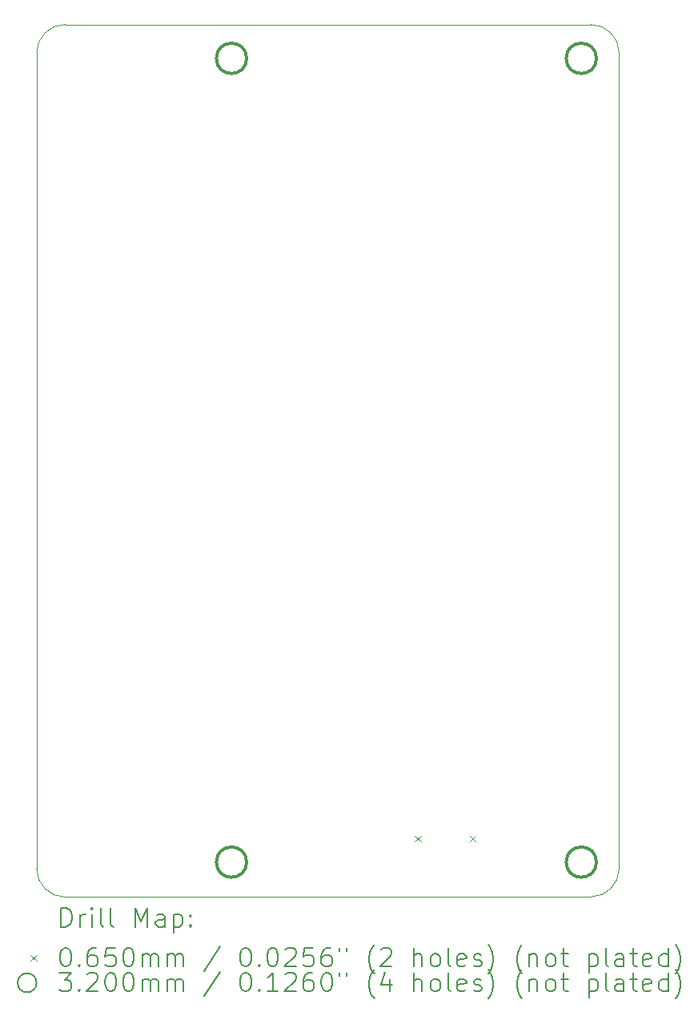
<source format=gbr>
%TF.GenerationSoftware,KiCad,Pcbnew,8.0.8*%
%TF.CreationDate,2025-03-10T12:23:58-04:00*%
%TF.ProjectId,ground-receiver,67726f75-6e64-42d7-9265-636569766572,rev?*%
%TF.SameCoordinates,Original*%
%TF.FileFunction,Drillmap*%
%TF.FilePolarity,Positive*%
%FSLAX45Y45*%
G04 Gerber Fmt 4.5, Leading zero omitted, Abs format (unit mm)*
G04 Created by KiCad (PCBNEW 8.0.8) date 2025-03-10 12:23:58*
%MOMM*%
%LPD*%
G01*
G04 APERTURE LIST*
%ADD10C,0.050000*%
%ADD11C,0.200000*%
%ADD12C,0.100000*%
%ADD13C,0.320000*%
G04 APERTURE END LIST*
D10*
X17250000Y-13317868D02*
G75*
G02*
X16950000Y-13617868I-300000J0D01*
G01*
X11090000Y-4692132D02*
G75*
G02*
X11390000Y-4392130I300000J2D01*
G01*
X17250000Y-13317869D02*
X17250000Y-4692132D01*
X11390000Y-13620000D02*
G75*
G02*
X11090000Y-13320000I0J300000D01*
G01*
X11390000Y-13620000D02*
X16950000Y-13617868D01*
X16950000Y-4392132D02*
X11390000Y-4392132D01*
X11090000Y-4692132D02*
X11090000Y-13320000D01*
X16950000Y-4392132D02*
G75*
G02*
X17249998Y-4692132I0J-299998D01*
G01*
D11*
D12*
X15090500Y-12969500D02*
X15155500Y-13034500D01*
X15155500Y-12969500D02*
X15090500Y-13034500D01*
X15668500Y-12969500D02*
X15733500Y-13034500D01*
X15733500Y-12969500D02*
X15668500Y-13034500D01*
D13*
X13310000Y-4750000D02*
G75*
G02*
X12990000Y-4750000I-160000J0D01*
G01*
X12990000Y-4750000D02*
G75*
G02*
X13310000Y-4750000I160000J0D01*
G01*
X13310000Y-13250000D02*
G75*
G02*
X12990000Y-13250000I-160000J0D01*
G01*
X12990000Y-13250000D02*
G75*
G02*
X13310000Y-13250000I160000J0D01*
G01*
X17010000Y-4750000D02*
G75*
G02*
X16690000Y-4750000I-160000J0D01*
G01*
X16690000Y-4750000D02*
G75*
G02*
X17010000Y-4750000I160000J0D01*
G01*
X17010000Y-13250000D02*
G75*
G02*
X16690000Y-13250000I-160000J0D01*
G01*
X16690000Y-13250000D02*
G75*
G02*
X17010000Y-13250000I160000J0D01*
G01*
D11*
X11348277Y-13933984D02*
X11348277Y-13733984D01*
X11348277Y-13733984D02*
X11395896Y-13733984D01*
X11395896Y-13733984D02*
X11424467Y-13743508D01*
X11424467Y-13743508D02*
X11443515Y-13762555D01*
X11443515Y-13762555D02*
X11453039Y-13781603D01*
X11453039Y-13781603D02*
X11462562Y-13819698D01*
X11462562Y-13819698D02*
X11462562Y-13848269D01*
X11462562Y-13848269D02*
X11453039Y-13886365D01*
X11453039Y-13886365D02*
X11443515Y-13905412D01*
X11443515Y-13905412D02*
X11424467Y-13924460D01*
X11424467Y-13924460D02*
X11395896Y-13933984D01*
X11395896Y-13933984D02*
X11348277Y-13933984D01*
X11548277Y-13933984D02*
X11548277Y-13800650D01*
X11548277Y-13838746D02*
X11557800Y-13819698D01*
X11557800Y-13819698D02*
X11567324Y-13810174D01*
X11567324Y-13810174D02*
X11586372Y-13800650D01*
X11586372Y-13800650D02*
X11605420Y-13800650D01*
X11672086Y-13933984D02*
X11672086Y-13800650D01*
X11672086Y-13733984D02*
X11662562Y-13743508D01*
X11662562Y-13743508D02*
X11672086Y-13753031D01*
X11672086Y-13753031D02*
X11681610Y-13743508D01*
X11681610Y-13743508D02*
X11672086Y-13733984D01*
X11672086Y-13733984D02*
X11672086Y-13753031D01*
X11795896Y-13933984D02*
X11776848Y-13924460D01*
X11776848Y-13924460D02*
X11767324Y-13905412D01*
X11767324Y-13905412D02*
X11767324Y-13733984D01*
X11900658Y-13933984D02*
X11881610Y-13924460D01*
X11881610Y-13924460D02*
X11872086Y-13905412D01*
X11872086Y-13905412D02*
X11872086Y-13733984D01*
X12129229Y-13933984D02*
X12129229Y-13733984D01*
X12129229Y-13733984D02*
X12195896Y-13876841D01*
X12195896Y-13876841D02*
X12262562Y-13733984D01*
X12262562Y-13733984D02*
X12262562Y-13933984D01*
X12443515Y-13933984D02*
X12443515Y-13829222D01*
X12443515Y-13829222D02*
X12433991Y-13810174D01*
X12433991Y-13810174D02*
X12414943Y-13800650D01*
X12414943Y-13800650D02*
X12376848Y-13800650D01*
X12376848Y-13800650D02*
X12357800Y-13810174D01*
X12443515Y-13924460D02*
X12424467Y-13933984D01*
X12424467Y-13933984D02*
X12376848Y-13933984D01*
X12376848Y-13933984D02*
X12357800Y-13924460D01*
X12357800Y-13924460D02*
X12348277Y-13905412D01*
X12348277Y-13905412D02*
X12348277Y-13886365D01*
X12348277Y-13886365D02*
X12357800Y-13867317D01*
X12357800Y-13867317D02*
X12376848Y-13857793D01*
X12376848Y-13857793D02*
X12424467Y-13857793D01*
X12424467Y-13857793D02*
X12443515Y-13848269D01*
X12538753Y-13800650D02*
X12538753Y-14000650D01*
X12538753Y-13810174D02*
X12557800Y-13800650D01*
X12557800Y-13800650D02*
X12595896Y-13800650D01*
X12595896Y-13800650D02*
X12614943Y-13810174D01*
X12614943Y-13810174D02*
X12624467Y-13819698D01*
X12624467Y-13819698D02*
X12633991Y-13838746D01*
X12633991Y-13838746D02*
X12633991Y-13895888D01*
X12633991Y-13895888D02*
X12624467Y-13914936D01*
X12624467Y-13914936D02*
X12614943Y-13924460D01*
X12614943Y-13924460D02*
X12595896Y-13933984D01*
X12595896Y-13933984D02*
X12557800Y-13933984D01*
X12557800Y-13933984D02*
X12538753Y-13924460D01*
X12719705Y-13914936D02*
X12729229Y-13924460D01*
X12729229Y-13924460D02*
X12719705Y-13933984D01*
X12719705Y-13933984D02*
X12710181Y-13924460D01*
X12710181Y-13924460D02*
X12719705Y-13914936D01*
X12719705Y-13914936D02*
X12719705Y-13933984D01*
X12719705Y-13810174D02*
X12729229Y-13819698D01*
X12729229Y-13819698D02*
X12719705Y-13829222D01*
X12719705Y-13829222D02*
X12710181Y-13819698D01*
X12710181Y-13819698D02*
X12719705Y-13810174D01*
X12719705Y-13810174D02*
X12719705Y-13829222D01*
D12*
X11022500Y-14230000D02*
X11087500Y-14295000D01*
X11087500Y-14230000D02*
X11022500Y-14295000D01*
D11*
X11386372Y-14153984D02*
X11405420Y-14153984D01*
X11405420Y-14153984D02*
X11424467Y-14163508D01*
X11424467Y-14163508D02*
X11433991Y-14173031D01*
X11433991Y-14173031D02*
X11443515Y-14192079D01*
X11443515Y-14192079D02*
X11453039Y-14230174D01*
X11453039Y-14230174D02*
X11453039Y-14277793D01*
X11453039Y-14277793D02*
X11443515Y-14315888D01*
X11443515Y-14315888D02*
X11433991Y-14334936D01*
X11433991Y-14334936D02*
X11424467Y-14344460D01*
X11424467Y-14344460D02*
X11405420Y-14353984D01*
X11405420Y-14353984D02*
X11386372Y-14353984D01*
X11386372Y-14353984D02*
X11367324Y-14344460D01*
X11367324Y-14344460D02*
X11357800Y-14334936D01*
X11357800Y-14334936D02*
X11348277Y-14315888D01*
X11348277Y-14315888D02*
X11338753Y-14277793D01*
X11338753Y-14277793D02*
X11338753Y-14230174D01*
X11338753Y-14230174D02*
X11348277Y-14192079D01*
X11348277Y-14192079D02*
X11357800Y-14173031D01*
X11357800Y-14173031D02*
X11367324Y-14163508D01*
X11367324Y-14163508D02*
X11386372Y-14153984D01*
X11538753Y-14334936D02*
X11548277Y-14344460D01*
X11548277Y-14344460D02*
X11538753Y-14353984D01*
X11538753Y-14353984D02*
X11529229Y-14344460D01*
X11529229Y-14344460D02*
X11538753Y-14334936D01*
X11538753Y-14334936D02*
X11538753Y-14353984D01*
X11719705Y-14153984D02*
X11681610Y-14153984D01*
X11681610Y-14153984D02*
X11662562Y-14163508D01*
X11662562Y-14163508D02*
X11653039Y-14173031D01*
X11653039Y-14173031D02*
X11633991Y-14201603D01*
X11633991Y-14201603D02*
X11624467Y-14239698D01*
X11624467Y-14239698D02*
X11624467Y-14315888D01*
X11624467Y-14315888D02*
X11633991Y-14334936D01*
X11633991Y-14334936D02*
X11643515Y-14344460D01*
X11643515Y-14344460D02*
X11662562Y-14353984D01*
X11662562Y-14353984D02*
X11700658Y-14353984D01*
X11700658Y-14353984D02*
X11719705Y-14344460D01*
X11719705Y-14344460D02*
X11729229Y-14334936D01*
X11729229Y-14334936D02*
X11738753Y-14315888D01*
X11738753Y-14315888D02*
X11738753Y-14268269D01*
X11738753Y-14268269D02*
X11729229Y-14249222D01*
X11729229Y-14249222D02*
X11719705Y-14239698D01*
X11719705Y-14239698D02*
X11700658Y-14230174D01*
X11700658Y-14230174D02*
X11662562Y-14230174D01*
X11662562Y-14230174D02*
X11643515Y-14239698D01*
X11643515Y-14239698D02*
X11633991Y-14249222D01*
X11633991Y-14249222D02*
X11624467Y-14268269D01*
X11919705Y-14153984D02*
X11824467Y-14153984D01*
X11824467Y-14153984D02*
X11814943Y-14249222D01*
X11814943Y-14249222D02*
X11824467Y-14239698D01*
X11824467Y-14239698D02*
X11843515Y-14230174D01*
X11843515Y-14230174D02*
X11891134Y-14230174D01*
X11891134Y-14230174D02*
X11910181Y-14239698D01*
X11910181Y-14239698D02*
X11919705Y-14249222D01*
X11919705Y-14249222D02*
X11929229Y-14268269D01*
X11929229Y-14268269D02*
X11929229Y-14315888D01*
X11929229Y-14315888D02*
X11919705Y-14334936D01*
X11919705Y-14334936D02*
X11910181Y-14344460D01*
X11910181Y-14344460D02*
X11891134Y-14353984D01*
X11891134Y-14353984D02*
X11843515Y-14353984D01*
X11843515Y-14353984D02*
X11824467Y-14344460D01*
X11824467Y-14344460D02*
X11814943Y-14334936D01*
X12053039Y-14153984D02*
X12072086Y-14153984D01*
X12072086Y-14153984D02*
X12091134Y-14163508D01*
X12091134Y-14163508D02*
X12100658Y-14173031D01*
X12100658Y-14173031D02*
X12110181Y-14192079D01*
X12110181Y-14192079D02*
X12119705Y-14230174D01*
X12119705Y-14230174D02*
X12119705Y-14277793D01*
X12119705Y-14277793D02*
X12110181Y-14315888D01*
X12110181Y-14315888D02*
X12100658Y-14334936D01*
X12100658Y-14334936D02*
X12091134Y-14344460D01*
X12091134Y-14344460D02*
X12072086Y-14353984D01*
X12072086Y-14353984D02*
X12053039Y-14353984D01*
X12053039Y-14353984D02*
X12033991Y-14344460D01*
X12033991Y-14344460D02*
X12024467Y-14334936D01*
X12024467Y-14334936D02*
X12014943Y-14315888D01*
X12014943Y-14315888D02*
X12005420Y-14277793D01*
X12005420Y-14277793D02*
X12005420Y-14230174D01*
X12005420Y-14230174D02*
X12014943Y-14192079D01*
X12014943Y-14192079D02*
X12024467Y-14173031D01*
X12024467Y-14173031D02*
X12033991Y-14163508D01*
X12033991Y-14163508D02*
X12053039Y-14153984D01*
X12205420Y-14353984D02*
X12205420Y-14220650D01*
X12205420Y-14239698D02*
X12214943Y-14230174D01*
X12214943Y-14230174D02*
X12233991Y-14220650D01*
X12233991Y-14220650D02*
X12262562Y-14220650D01*
X12262562Y-14220650D02*
X12281610Y-14230174D01*
X12281610Y-14230174D02*
X12291134Y-14249222D01*
X12291134Y-14249222D02*
X12291134Y-14353984D01*
X12291134Y-14249222D02*
X12300658Y-14230174D01*
X12300658Y-14230174D02*
X12319705Y-14220650D01*
X12319705Y-14220650D02*
X12348277Y-14220650D01*
X12348277Y-14220650D02*
X12367324Y-14230174D01*
X12367324Y-14230174D02*
X12376848Y-14249222D01*
X12376848Y-14249222D02*
X12376848Y-14353984D01*
X12472086Y-14353984D02*
X12472086Y-14220650D01*
X12472086Y-14239698D02*
X12481610Y-14230174D01*
X12481610Y-14230174D02*
X12500658Y-14220650D01*
X12500658Y-14220650D02*
X12529229Y-14220650D01*
X12529229Y-14220650D02*
X12548277Y-14230174D01*
X12548277Y-14230174D02*
X12557801Y-14249222D01*
X12557801Y-14249222D02*
X12557801Y-14353984D01*
X12557801Y-14249222D02*
X12567324Y-14230174D01*
X12567324Y-14230174D02*
X12586372Y-14220650D01*
X12586372Y-14220650D02*
X12614943Y-14220650D01*
X12614943Y-14220650D02*
X12633991Y-14230174D01*
X12633991Y-14230174D02*
X12643515Y-14249222D01*
X12643515Y-14249222D02*
X12643515Y-14353984D01*
X13033991Y-14144460D02*
X12862563Y-14401603D01*
X13291134Y-14153984D02*
X13310182Y-14153984D01*
X13310182Y-14153984D02*
X13329229Y-14163508D01*
X13329229Y-14163508D02*
X13338753Y-14173031D01*
X13338753Y-14173031D02*
X13348277Y-14192079D01*
X13348277Y-14192079D02*
X13357801Y-14230174D01*
X13357801Y-14230174D02*
X13357801Y-14277793D01*
X13357801Y-14277793D02*
X13348277Y-14315888D01*
X13348277Y-14315888D02*
X13338753Y-14334936D01*
X13338753Y-14334936D02*
X13329229Y-14344460D01*
X13329229Y-14344460D02*
X13310182Y-14353984D01*
X13310182Y-14353984D02*
X13291134Y-14353984D01*
X13291134Y-14353984D02*
X13272086Y-14344460D01*
X13272086Y-14344460D02*
X13262563Y-14334936D01*
X13262563Y-14334936D02*
X13253039Y-14315888D01*
X13253039Y-14315888D02*
X13243515Y-14277793D01*
X13243515Y-14277793D02*
X13243515Y-14230174D01*
X13243515Y-14230174D02*
X13253039Y-14192079D01*
X13253039Y-14192079D02*
X13262563Y-14173031D01*
X13262563Y-14173031D02*
X13272086Y-14163508D01*
X13272086Y-14163508D02*
X13291134Y-14153984D01*
X13443515Y-14334936D02*
X13453039Y-14344460D01*
X13453039Y-14344460D02*
X13443515Y-14353984D01*
X13443515Y-14353984D02*
X13433991Y-14344460D01*
X13433991Y-14344460D02*
X13443515Y-14334936D01*
X13443515Y-14334936D02*
X13443515Y-14353984D01*
X13576848Y-14153984D02*
X13595896Y-14153984D01*
X13595896Y-14153984D02*
X13614944Y-14163508D01*
X13614944Y-14163508D02*
X13624467Y-14173031D01*
X13624467Y-14173031D02*
X13633991Y-14192079D01*
X13633991Y-14192079D02*
X13643515Y-14230174D01*
X13643515Y-14230174D02*
X13643515Y-14277793D01*
X13643515Y-14277793D02*
X13633991Y-14315888D01*
X13633991Y-14315888D02*
X13624467Y-14334936D01*
X13624467Y-14334936D02*
X13614944Y-14344460D01*
X13614944Y-14344460D02*
X13595896Y-14353984D01*
X13595896Y-14353984D02*
X13576848Y-14353984D01*
X13576848Y-14353984D02*
X13557801Y-14344460D01*
X13557801Y-14344460D02*
X13548277Y-14334936D01*
X13548277Y-14334936D02*
X13538753Y-14315888D01*
X13538753Y-14315888D02*
X13529229Y-14277793D01*
X13529229Y-14277793D02*
X13529229Y-14230174D01*
X13529229Y-14230174D02*
X13538753Y-14192079D01*
X13538753Y-14192079D02*
X13548277Y-14173031D01*
X13548277Y-14173031D02*
X13557801Y-14163508D01*
X13557801Y-14163508D02*
X13576848Y-14153984D01*
X13719705Y-14173031D02*
X13729229Y-14163508D01*
X13729229Y-14163508D02*
X13748277Y-14153984D01*
X13748277Y-14153984D02*
X13795896Y-14153984D01*
X13795896Y-14153984D02*
X13814944Y-14163508D01*
X13814944Y-14163508D02*
X13824467Y-14173031D01*
X13824467Y-14173031D02*
X13833991Y-14192079D01*
X13833991Y-14192079D02*
X13833991Y-14211127D01*
X13833991Y-14211127D02*
X13824467Y-14239698D01*
X13824467Y-14239698D02*
X13710182Y-14353984D01*
X13710182Y-14353984D02*
X13833991Y-14353984D01*
X14014944Y-14153984D02*
X13919705Y-14153984D01*
X13919705Y-14153984D02*
X13910182Y-14249222D01*
X13910182Y-14249222D02*
X13919705Y-14239698D01*
X13919705Y-14239698D02*
X13938753Y-14230174D01*
X13938753Y-14230174D02*
X13986372Y-14230174D01*
X13986372Y-14230174D02*
X14005420Y-14239698D01*
X14005420Y-14239698D02*
X14014944Y-14249222D01*
X14014944Y-14249222D02*
X14024467Y-14268269D01*
X14024467Y-14268269D02*
X14024467Y-14315888D01*
X14024467Y-14315888D02*
X14014944Y-14334936D01*
X14014944Y-14334936D02*
X14005420Y-14344460D01*
X14005420Y-14344460D02*
X13986372Y-14353984D01*
X13986372Y-14353984D02*
X13938753Y-14353984D01*
X13938753Y-14353984D02*
X13919705Y-14344460D01*
X13919705Y-14344460D02*
X13910182Y-14334936D01*
X14195896Y-14153984D02*
X14157801Y-14153984D01*
X14157801Y-14153984D02*
X14138753Y-14163508D01*
X14138753Y-14163508D02*
X14129229Y-14173031D01*
X14129229Y-14173031D02*
X14110182Y-14201603D01*
X14110182Y-14201603D02*
X14100658Y-14239698D01*
X14100658Y-14239698D02*
X14100658Y-14315888D01*
X14100658Y-14315888D02*
X14110182Y-14334936D01*
X14110182Y-14334936D02*
X14119705Y-14344460D01*
X14119705Y-14344460D02*
X14138753Y-14353984D01*
X14138753Y-14353984D02*
X14176848Y-14353984D01*
X14176848Y-14353984D02*
X14195896Y-14344460D01*
X14195896Y-14344460D02*
X14205420Y-14334936D01*
X14205420Y-14334936D02*
X14214944Y-14315888D01*
X14214944Y-14315888D02*
X14214944Y-14268269D01*
X14214944Y-14268269D02*
X14205420Y-14249222D01*
X14205420Y-14249222D02*
X14195896Y-14239698D01*
X14195896Y-14239698D02*
X14176848Y-14230174D01*
X14176848Y-14230174D02*
X14138753Y-14230174D01*
X14138753Y-14230174D02*
X14119705Y-14239698D01*
X14119705Y-14239698D02*
X14110182Y-14249222D01*
X14110182Y-14249222D02*
X14100658Y-14268269D01*
X14291134Y-14153984D02*
X14291134Y-14192079D01*
X14367325Y-14153984D02*
X14367325Y-14192079D01*
X14662563Y-14430174D02*
X14653039Y-14420650D01*
X14653039Y-14420650D02*
X14633991Y-14392079D01*
X14633991Y-14392079D02*
X14624467Y-14373031D01*
X14624467Y-14373031D02*
X14614944Y-14344460D01*
X14614944Y-14344460D02*
X14605420Y-14296841D01*
X14605420Y-14296841D02*
X14605420Y-14258746D01*
X14605420Y-14258746D02*
X14614944Y-14211127D01*
X14614944Y-14211127D02*
X14624467Y-14182555D01*
X14624467Y-14182555D02*
X14633991Y-14163508D01*
X14633991Y-14163508D02*
X14653039Y-14134936D01*
X14653039Y-14134936D02*
X14662563Y-14125412D01*
X14729229Y-14173031D02*
X14738753Y-14163508D01*
X14738753Y-14163508D02*
X14757801Y-14153984D01*
X14757801Y-14153984D02*
X14805420Y-14153984D01*
X14805420Y-14153984D02*
X14824467Y-14163508D01*
X14824467Y-14163508D02*
X14833991Y-14173031D01*
X14833991Y-14173031D02*
X14843515Y-14192079D01*
X14843515Y-14192079D02*
X14843515Y-14211127D01*
X14843515Y-14211127D02*
X14833991Y-14239698D01*
X14833991Y-14239698D02*
X14719706Y-14353984D01*
X14719706Y-14353984D02*
X14843515Y-14353984D01*
X15081610Y-14353984D02*
X15081610Y-14153984D01*
X15167325Y-14353984D02*
X15167325Y-14249222D01*
X15167325Y-14249222D02*
X15157801Y-14230174D01*
X15157801Y-14230174D02*
X15138753Y-14220650D01*
X15138753Y-14220650D02*
X15110182Y-14220650D01*
X15110182Y-14220650D02*
X15091134Y-14230174D01*
X15091134Y-14230174D02*
X15081610Y-14239698D01*
X15291134Y-14353984D02*
X15272087Y-14344460D01*
X15272087Y-14344460D02*
X15262563Y-14334936D01*
X15262563Y-14334936D02*
X15253039Y-14315888D01*
X15253039Y-14315888D02*
X15253039Y-14258746D01*
X15253039Y-14258746D02*
X15262563Y-14239698D01*
X15262563Y-14239698D02*
X15272087Y-14230174D01*
X15272087Y-14230174D02*
X15291134Y-14220650D01*
X15291134Y-14220650D02*
X15319706Y-14220650D01*
X15319706Y-14220650D02*
X15338753Y-14230174D01*
X15338753Y-14230174D02*
X15348277Y-14239698D01*
X15348277Y-14239698D02*
X15357801Y-14258746D01*
X15357801Y-14258746D02*
X15357801Y-14315888D01*
X15357801Y-14315888D02*
X15348277Y-14334936D01*
X15348277Y-14334936D02*
X15338753Y-14344460D01*
X15338753Y-14344460D02*
X15319706Y-14353984D01*
X15319706Y-14353984D02*
X15291134Y-14353984D01*
X15472087Y-14353984D02*
X15453039Y-14344460D01*
X15453039Y-14344460D02*
X15443515Y-14325412D01*
X15443515Y-14325412D02*
X15443515Y-14153984D01*
X15624468Y-14344460D02*
X15605420Y-14353984D01*
X15605420Y-14353984D02*
X15567325Y-14353984D01*
X15567325Y-14353984D02*
X15548277Y-14344460D01*
X15548277Y-14344460D02*
X15538753Y-14325412D01*
X15538753Y-14325412D02*
X15538753Y-14249222D01*
X15538753Y-14249222D02*
X15548277Y-14230174D01*
X15548277Y-14230174D02*
X15567325Y-14220650D01*
X15567325Y-14220650D02*
X15605420Y-14220650D01*
X15605420Y-14220650D02*
X15624468Y-14230174D01*
X15624468Y-14230174D02*
X15633991Y-14249222D01*
X15633991Y-14249222D02*
X15633991Y-14268269D01*
X15633991Y-14268269D02*
X15538753Y-14287317D01*
X15710182Y-14344460D02*
X15729229Y-14353984D01*
X15729229Y-14353984D02*
X15767325Y-14353984D01*
X15767325Y-14353984D02*
X15786372Y-14344460D01*
X15786372Y-14344460D02*
X15795896Y-14325412D01*
X15795896Y-14325412D02*
X15795896Y-14315888D01*
X15795896Y-14315888D02*
X15786372Y-14296841D01*
X15786372Y-14296841D02*
X15767325Y-14287317D01*
X15767325Y-14287317D02*
X15738753Y-14287317D01*
X15738753Y-14287317D02*
X15719706Y-14277793D01*
X15719706Y-14277793D02*
X15710182Y-14258746D01*
X15710182Y-14258746D02*
X15710182Y-14249222D01*
X15710182Y-14249222D02*
X15719706Y-14230174D01*
X15719706Y-14230174D02*
X15738753Y-14220650D01*
X15738753Y-14220650D02*
X15767325Y-14220650D01*
X15767325Y-14220650D02*
X15786372Y-14230174D01*
X15862563Y-14430174D02*
X15872087Y-14420650D01*
X15872087Y-14420650D02*
X15891134Y-14392079D01*
X15891134Y-14392079D02*
X15900658Y-14373031D01*
X15900658Y-14373031D02*
X15910182Y-14344460D01*
X15910182Y-14344460D02*
X15919706Y-14296841D01*
X15919706Y-14296841D02*
X15919706Y-14258746D01*
X15919706Y-14258746D02*
X15910182Y-14211127D01*
X15910182Y-14211127D02*
X15900658Y-14182555D01*
X15900658Y-14182555D02*
X15891134Y-14163508D01*
X15891134Y-14163508D02*
X15872087Y-14134936D01*
X15872087Y-14134936D02*
X15862563Y-14125412D01*
X16224468Y-14430174D02*
X16214944Y-14420650D01*
X16214944Y-14420650D02*
X16195896Y-14392079D01*
X16195896Y-14392079D02*
X16186372Y-14373031D01*
X16186372Y-14373031D02*
X16176849Y-14344460D01*
X16176849Y-14344460D02*
X16167325Y-14296841D01*
X16167325Y-14296841D02*
X16167325Y-14258746D01*
X16167325Y-14258746D02*
X16176849Y-14211127D01*
X16176849Y-14211127D02*
X16186372Y-14182555D01*
X16186372Y-14182555D02*
X16195896Y-14163508D01*
X16195896Y-14163508D02*
X16214944Y-14134936D01*
X16214944Y-14134936D02*
X16224468Y-14125412D01*
X16300658Y-14220650D02*
X16300658Y-14353984D01*
X16300658Y-14239698D02*
X16310182Y-14230174D01*
X16310182Y-14230174D02*
X16329229Y-14220650D01*
X16329229Y-14220650D02*
X16357801Y-14220650D01*
X16357801Y-14220650D02*
X16376849Y-14230174D01*
X16376849Y-14230174D02*
X16386372Y-14249222D01*
X16386372Y-14249222D02*
X16386372Y-14353984D01*
X16510182Y-14353984D02*
X16491134Y-14344460D01*
X16491134Y-14344460D02*
X16481610Y-14334936D01*
X16481610Y-14334936D02*
X16472087Y-14315888D01*
X16472087Y-14315888D02*
X16472087Y-14258746D01*
X16472087Y-14258746D02*
X16481610Y-14239698D01*
X16481610Y-14239698D02*
X16491134Y-14230174D01*
X16491134Y-14230174D02*
X16510182Y-14220650D01*
X16510182Y-14220650D02*
X16538753Y-14220650D01*
X16538753Y-14220650D02*
X16557801Y-14230174D01*
X16557801Y-14230174D02*
X16567325Y-14239698D01*
X16567325Y-14239698D02*
X16576849Y-14258746D01*
X16576849Y-14258746D02*
X16576849Y-14315888D01*
X16576849Y-14315888D02*
X16567325Y-14334936D01*
X16567325Y-14334936D02*
X16557801Y-14344460D01*
X16557801Y-14344460D02*
X16538753Y-14353984D01*
X16538753Y-14353984D02*
X16510182Y-14353984D01*
X16633991Y-14220650D02*
X16710182Y-14220650D01*
X16662563Y-14153984D02*
X16662563Y-14325412D01*
X16662563Y-14325412D02*
X16672087Y-14344460D01*
X16672087Y-14344460D02*
X16691134Y-14353984D01*
X16691134Y-14353984D02*
X16710182Y-14353984D01*
X16929230Y-14220650D02*
X16929230Y-14420650D01*
X16929230Y-14230174D02*
X16948277Y-14220650D01*
X16948277Y-14220650D02*
X16986373Y-14220650D01*
X16986373Y-14220650D02*
X17005420Y-14230174D01*
X17005420Y-14230174D02*
X17014944Y-14239698D01*
X17014944Y-14239698D02*
X17024468Y-14258746D01*
X17024468Y-14258746D02*
X17024468Y-14315888D01*
X17024468Y-14315888D02*
X17014944Y-14334936D01*
X17014944Y-14334936D02*
X17005420Y-14344460D01*
X17005420Y-14344460D02*
X16986373Y-14353984D01*
X16986373Y-14353984D02*
X16948277Y-14353984D01*
X16948277Y-14353984D02*
X16929230Y-14344460D01*
X17138753Y-14353984D02*
X17119706Y-14344460D01*
X17119706Y-14344460D02*
X17110182Y-14325412D01*
X17110182Y-14325412D02*
X17110182Y-14153984D01*
X17300658Y-14353984D02*
X17300658Y-14249222D01*
X17300658Y-14249222D02*
X17291134Y-14230174D01*
X17291134Y-14230174D02*
X17272087Y-14220650D01*
X17272087Y-14220650D02*
X17233992Y-14220650D01*
X17233992Y-14220650D02*
X17214944Y-14230174D01*
X17300658Y-14344460D02*
X17281611Y-14353984D01*
X17281611Y-14353984D02*
X17233992Y-14353984D01*
X17233992Y-14353984D02*
X17214944Y-14344460D01*
X17214944Y-14344460D02*
X17205420Y-14325412D01*
X17205420Y-14325412D02*
X17205420Y-14306365D01*
X17205420Y-14306365D02*
X17214944Y-14287317D01*
X17214944Y-14287317D02*
X17233992Y-14277793D01*
X17233992Y-14277793D02*
X17281611Y-14277793D01*
X17281611Y-14277793D02*
X17300658Y-14268269D01*
X17367325Y-14220650D02*
X17443515Y-14220650D01*
X17395896Y-14153984D02*
X17395896Y-14325412D01*
X17395896Y-14325412D02*
X17405420Y-14344460D01*
X17405420Y-14344460D02*
X17424468Y-14353984D01*
X17424468Y-14353984D02*
X17443515Y-14353984D01*
X17586373Y-14344460D02*
X17567325Y-14353984D01*
X17567325Y-14353984D02*
X17529230Y-14353984D01*
X17529230Y-14353984D02*
X17510182Y-14344460D01*
X17510182Y-14344460D02*
X17500658Y-14325412D01*
X17500658Y-14325412D02*
X17500658Y-14249222D01*
X17500658Y-14249222D02*
X17510182Y-14230174D01*
X17510182Y-14230174D02*
X17529230Y-14220650D01*
X17529230Y-14220650D02*
X17567325Y-14220650D01*
X17567325Y-14220650D02*
X17586373Y-14230174D01*
X17586373Y-14230174D02*
X17595896Y-14249222D01*
X17595896Y-14249222D02*
X17595896Y-14268269D01*
X17595896Y-14268269D02*
X17500658Y-14287317D01*
X17767325Y-14353984D02*
X17767325Y-14153984D01*
X17767325Y-14344460D02*
X17748277Y-14353984D01*
X17748277Y-14353984D02*
X17710182Y-14353984D01*
X17710182Y-14353984D02*
X17691134Y-14344460D01*
X17691134Y-14344460D02*
X17681611Y-14334936D01*
X17681611Y-14334936D02*
X17672087Y-14315888D01*
X17672087Y-14315888D02*
X17672087Y-14258746D01*
X17672087Y-14258746D02*
X17681611Y-14239698D01*
X17681611Y-14239698D02*
X17691134Y-14230174D01*
X17691134Y-14230174D02*
X17710182Y-14220650D01*
X17710182Y-14220650D02*
X17748277Y-14220650D01*
X17748277Y-14220650D02*
X17767325Y-14230174D01*
X17843515Y-14430174D02*
X17853039Y-14420650D01*
X17853039Y-14420650D02*
X17872087Y-14392079D01*
X17872087Y-14392079D02*
X17881611Y-14373031D01*
X17881611Y-14373031D02*
X17891134Y-14344460D01*
X17891134Y-14344460D02*
X17900658Y-14296841D01*
X17900658Y-14296841D02*
X17900658Y-14258746D01*
X17900658Y-14258746D02*
X17891134Y-14211127D01*
X17891134Y-14211127D02*
X17881611Y-14182555D01*
X17881611Y-14182555D02*
X17872087Y-14163508D01*
X17872087Y-14163508D02*
X17853039Y-14134936D01*
X17853039Y-14134936D02*
X17843515Y-14125412D01*
X11087500Y-14526500D02*
G75*
G02*
X10887500Y-14526500I-100000J0D01*
G01*
X10887500Y-14526500D02*
G75*
G02*
X11087500Y-14526500I100000J0D01*
G01*
X11329229Y-14417984D02*
X11453039Y-14417984D01*
X11453039Y-14417984D02*
X11386372Y-14494174D01*
X11386372Y-14494174D02*
X11414943Y-14494174D01*
X11414943Y-14494174D02*
X11433991Y-14503698D01*
X11433991Y-14503698D02*
X11443515Y-14513222D01*
X11443515Y-14513222D02*
X11453039Y-14532269D01*
X11453039Y-14532269D02*
X11453039Y-14579888D01*
X11453039Y-14579888D02*
X11443515Y-14598936D01*
X11443515Y-14598936D02*
X11433991Y-14608460D01*
X11433991Y-14608460D02*
X11414943Y-14617984D01*
X11414943Y-14617984D02*
X11357800Y-14617984D01*
X11357800Y-14617984D02*
X11338753Y-14608460D01*
X11338753Y-14608460D02*
X11329229Y-14598936D01*
X11538753Y-14598936D02*
X11548277Y-14608460D01*
X11548277Y-14608460D02*
X11538753Y-14617984D01*
X11538753Y-14617984D02*
X11529229Y-14608460D01*
X11529229Y-14608460D02*
X11538753Y-14598936D01*
X11538753Y-14598936D02*
X11538753Y-14617984D01*
X11624467Y-14437031D02*
X11633991Y-14427508D01*
X11633991Y-14427508D02*
X11653039Y-14417984D01*
X11653039Y-14417984D02*
X11700658Y-14417984D01*
X11700658Y-14417984D02*
X11719705Y-14427508D01*
X11719705Y-14427508D02*
X11729229Y-14437031D01*
X11729229Y-14437031D02*
X11738753Y-14456079D01*
X11738753Y-14456079D02*
X11738753Y-14475127D01*
X11738753Y-14475127D02*
X11729229Y-14503698D01*
X11729229Y-14503698D02*
X11614943Y-14617984D01*
X11614943Y-14617984D02*
X11738753Y-14617984D01*
X11862562Y-14417984D02*
X11881610Y-14417984D01*
X11881610Y-14417984D02*
X11900658Y-14427508D01*
X11900658Y-14427508D02*
X11910181Y-14437031D01*
X11910181Y-14437031D02*
X11919705Y-14456079D01*
X11919705Y-14456079D02*
X11929229Y-14494174D01*
X11929229Y-14494174D02*
X11929229Y-14541793D01*
X11929229Y-14541793D02*
X11919705Y-14579888D01*
X11919705Y-14579888D02*
X11910181Y-14598936D01*
X11910181Y-14598936D02*
X11900658Y-14608460D01*
X11900658Y-14608460D02*
X11881610Y-14617984D01*
X11881610Y-14617984D02*
X11862562Y-14617984D01*
X11862562Y-14617984D02*
X11843515Y-14608460D01*
X11843515Y-14608460D02*
X11833991Y-14598936D01*
X11833991Y-14598936D02*
X11824467Y-14579888D01*
X11824467Y-14579888D02*
X11814943Y-14541793D01*
X11814943Y-14541793D02*
X11814943Y-14494174D01*
X11814943Y-14494174D02*
X11824467Y-14456079D01*
X11824467Y-14456079D02*
X11833991Y-14437031D01*
X11833991Y-14437031D02*
X11843515Y-14427508D01*
X11843515Y-14427508D02*
X11862562Y-14417984D01*
X12053039Y-14417984D02*
X12072086Y-14417984D01*
X12072086Y-14417984D02*
X12091134Y-14427508D01*
X12091134Y-14427508D02*
X12100658Y-14437031D01*
X12100658Y-14437031D02*
X12110181Y-14456079D01*
X12110181Y-14456079D02*
X12119705Y-14494174D01*
X12119705Y-14494174D02*
X12119705Y-14541793D01*
X12119705Y-14541793D02*
X12110181Y-14579888D01*
X12110181Y-14579888D02*
X12100658Y-14598936D01*
X12100658Y-14598936D02*
X12091134Y-14608460D01*
X12091134Y-14608460D02*
X12072086Y-14617984D01*
X12072086Y-14617984D02*
X12053039Y-14617984D01*
X12053039Y-14617984D02*
X12033991Y-14608460D01*
X12033991Y-14608460D02*
X12024467Y-14598936D01*
X12024467Y-14598936D02*
X12014943Y-14579888D01*
X12014943Y-14579888D02*
X12005420Y-14541793D01*
X12005420Y-14541793D02*
X12005420Y-14494174D01*
X12005420Y-14494174D02*
X12014943Y-14456079D01*
X12014943Y-14456079D02*
X12024467Y-14437031D01*
X12024467Y-14437031D02*
X12033991Y-14427508D01*
X12033991Y-14427508D02*
X12053039Y-14417984D01*
X12205420Y-14617984D02*
X12205420Y-14484650D01*
X12205420Y-14503698D02*
X12214943Y-14494174D01*
X12214943Y-14494174D02*
X12233991Y-14484650D01*
X12233991Y-14484650D02*
X12262562Y-14484650D01*
X12262562Y-14484650D02*
X12281610Y-14494174D01*
X12281610Y-14494174D02*
X12291134Y-14513222D01*
X12291134Y-14513222D02*
X12291134Y-14617984D01*
X12291134Y-14513222D02*
X12300658Y-14494174D01*
X12300658Y-14494174D02*
X12319705Y-14484650D01*
X12319705Y-14484650D02*
X12348277Y-14484650D01*
X12348277Y-14484650D02*
X12367324Y-14494174D01*
X12367324Y-14494174D02*
X12376848Y-14513222D01*
X12376848Y-14513222D02*
X12376848Y-14617984D01*
X12472086Y-14617984D02*
X12472086Y-14484650D01*
X12472086Y-14503698D02*
X12481610Y-14494174D01*
X12481610Y-14494174D02*
X12500658Y-14484650D01*
X12500658Y-14484650D02*
X12529229Y-14484650D01*
X12529229Y-14484650D02*
X12548277Y-14494174D01*
X12548277Y-14494174D02*
X12557801Y-14513222D01*
X12557801Y-14513222D02*
X12557801Y-14617984D01*
X12557801Y-14513222D02*
X12567324Y-14494174D01*
X12567324Y-14494174D02*
X12586372Y-14484650D01*
X12586372Y-14484650D02*
X12614943Y-14484650D01*
X12614943Y-14484650D02*
X12633991Y-14494174D01*
X12633991Y-14494174D02*
X12643515Y-14513222D01*
X12643515Y-14513222D02*
X12643515Y-14617984D01*
X13033991Y-14408460D02*
X12862563Y-14665603D01*
X13291134Y-14417984D02*
X13310182Y-14417984D01*
X13310182Y-14417984D02*
X13329229Y-14427508D01*
X13329229Y-14427508D02*
X13338753Y-14437031D01*
X13338753Y-14437031D02*
X13348277Y-14456079D01*
X13348277Y-14456079D02*
X13357801Y-14494174D01*
X13357801Y-14494174D02*
X13357801Y-14541793D01*
X13357801Y-14541793D02*
X13348277Y-14579888D01*
X13348277Y-14579888D02*
X13338753Y-14598936D01*
X13338753Y-14598936D02*
X13329229Y-14608460D01*
X13329229Y-14608460D02*
X13310182Y-14617984D01*
X13310182Y-14617984D02*
X13291134Y-14617984D01*
X13291134Y-14617984D02*
X13272086Y-14608460D01*
X13272086Y-14608460D02*
X13262563Y-14598936D01*
X13262563Y-14598936D02*
X13253039Y-14579888D01*
X13253039Y-14579888D02*
X13243515Y-14541793D01*
X13243515Y-14541793D02*
X13243515Y-14494174D01*
X13243515Y-14494174D02*
X13253039Y-14456079D01*
X13253039Y-14456079D02*
X13262563Y-14437031D01*
X13262563Y-14437031D02*
X13272086Y-14427508D01*
X13272086Y-14427508D02*
X13291134Y-14417984D01*
X13443515Y-14598936D02*
X13453039Y-14608460D01*
X13453039Y-14608460D02*
X13443515Y-14617984D01*
X13443515Y-14617984D02*
X13433991Y-14608460D01*
X13433991Y-14608460D02*
X13443515Y-14598936D01*
X13443515Y-14598936D02*
X13443515Y-14617984D01*
X13643515Y-14617984D02*
X13529229Y-14617984D01*
X13586372Y-14617984D02*
X13586372Y-14417984D01*
X13586372Y-14417984D02*
X13567324Y-14446555D01*
X13567324Y-14446555D02*
X13548277Y-14465603D01*
X13548277Y-14465603D02*
X13529229Y-14475127D01*
X13719705Y-14437031D02*
X13729229Y-14427508D01*
X13729229Y-14427508D02*
X13748277Y-14417984D01*
X13748277Y-14417984D02*
X13795896Y-14417984D01*
X13795896Y-14417984D02*
X13814944Y-14427508D01*
X13814944Y-14427508D02*
X13824467Y-14437031D01*
X13824467Y-14437031D02*
X13833991Y-14456079D01*
X13833991Y-14456079D02*
X13833991Y-14475127D01*
X13833991Y-14475127D02*
X13824467Y-14503698D01*
X13824467Y-14503698D02*
X13710182Y-14617984D01*
X13710182Y-14617984D02*
X13833991Y-14617984D01*
X14005420Y-14417984D02*
X13967324Y-14417984D01*
X13967324Y-14417984D02*
X13948277Y-14427508D01*
X13948277Y-14427508D02*
X13938753Y-14437031D01*
X13938753Y-14437031D02*
X13919705Y-14465603D01*
X13919705Y-14465603D02*
X13910182Y-14503698D01*
X13910182Y-14503698D02*
X13910182Y-14579888D01*
X13910182Y-14579888D02*
X13919705Y-14598936D01*
X13919705Y-14598936D02*
X13929229Y-14608460D01*
X13929229Y-14608460D02*
X13948277Y-14617984D01*
X13948277Y-14617984D02*
X13986372Y-14617984D01*
X13986372Y-14617984D02*
X14005420Y-14608460D01*
X14005420Y-14608460D02*
X14014944Y-14598936D01*
X14014944Y-14598936D02*
X14024467Y-14579888D01*
X14024467Y-14579888D02*
X14024467Y-14532269D01*
X14024467Y-14532269D02*
X14014944Y-14513222D01*
X14014944Y-14513222D02*
X14005420Y-14503698D01*
X14005420Y-14503698D02*
X13986372Y-14494174D01*
X13986372Y-14494174D02*
X13948277Y-14494174D01*
X13948277Y-14494174D02*
X13929229Y-14503698D01*
X13929229Y-14503698D02*
X13919705Y-14513222D01*
X13919705Y-14513222D02*
X13910182Y-14532269D01*
X14148277Y-14417984D02*
X14167325Y-14417984D01*
X14167325Y-14417984D02*
X14186372Y-14427508D01*
X14186372Y-14427508D02*
X14195896Y-14437031D01*
X14195896Y-14437031D02*
X14205420Y-14456079D01*
X14205420Y-14456079D02*
X14214944Y-14494174D01*
X14214944Y-14494174D02*
X14214944Y-14541793D01*
X14214944Y-14541793D02*
X14205420Y-14579888D01*
X14205420Y-14579888D02*
X14195896Y-14598936D01*
X14195896Y-14598936D02*
X14186372Y-14608460D01*
X14186372Y-14608460D02*
X14167325Y-14617984D01*
X14167325Y-14617984D02*
X14148277Y-14617984D01*
X14148277Y-14617984D02*
X14129229Y-14608460D01*
X14129229Y-14608460D02*
X14119705Y-14598936D01*
X14119705Y-14598936D02*
X14110182Y-14579888D01*
X14110182Y-14579888D02*
X14100658Y-14541793D01*
X14100658Y-14541793D02*
X14100658Y-14494174D01*
X14100658Y-14494174D02*
X14110182Y-14456079D01*
X14110182Y-14456079D02*
X14119705Y-14437031D01*
X14119705Y-14437031D02*
X14129229Y-14427508D01*
X14129229Y-14427508D02*
X14148277Y-14417984D01*
X14291134Y-14417984D02*
X14291134Y-14456079D01*
X14367325Y-14417984D02*
X14367325Y-14456079D01*
X14662563Y-14694174D02*
X14653039Y-14684650D01*
X14653039Y-14684650D02*
X14633991Y-14656079D01*
X14633991Y-14656079D02*
X14624467Y-14637031D01*
X14624467Y-14637031D02*
X14614944Y-14608460D01*
X14614944Y-14608460D02*
X14605420Y-14560841D01*
X14605420Y-14560841D02*
X14605420Y-14522746D01*
X14605420Y-14522746D02*
X14614944Y-14475127D01*
X14614944Y-14475127D02*
X14624467Y-14446555D01*
X14624467Y-14446555D02*
X14633991Y-14427508D01*
X14633991Y-14427508D02*
X14653039Y-14398936D01*
X14653039Y-14398936D02*
X14662563Y-14389412D01*
X14824467Y-14484650D02*
X14824467Y-14617984D01*
X14776848Y-14408460D02*
X14729229Y-14551317D01*
X14729229Y-14551317D02*
X14853039Y-14551317D01*
X15081610Y-14617984D02*
X15081610Y-14417984D01*
X15167325Y-14617984D02*
X15167325Y-14513222D01*
X15167325Y-14513222D02*
X15157801Y-14494174D01*
X15157801Y-14494174D02*
X15138753Y-14484650D01*
X15138753Y-14484650D02*
X15110182Y-14484650D01*
X15110182Y-14484650D02*
X15091134Y-14494174D01*
X15091134Y-14494174D02*
X15081610Y-14503698D01*
X15291134Y-14617984D02*
X15272087Y-14608460D01*
X15272087Y-14608460D02*
X15262563Y-14598936D01*
X15262563Y-14598936D02*
X15253039Y-14579888D01*
X15253039Y-14579888D02*
X15253039Y-14522746D01*
X15253039Y-14522746D02*
X15262563Y-14503698D01*
X15262563Y-14503698D02*
X15272087Y-14494174D01*
X15272087Y-14494174D02*
X15291134Y-14484650D01*
X15291134Y-14484650D02*
X15319706Y-14484650D01*
X15319706Y-14484650D02*
X15338753Y-14494174D01*
X15338753Y-14494174D02*
X15348277Y-14503698D01*
X15348277Y-14503698D02*
X15357801Y-14522746D01*
X15357801Y-14522746D02*
X15357801Y-14579888D01*
X15357801Y-14579888D02*
X15348277Y-14598936D01*
X15348277Y-14598936D02*
X15338753Y-14608460D01*
X15338753Y-14608460D02*
X15319706Y-14617984D01*
X15319706Y-14617984D02*
X15291134Y-14617984D01*
X15472087Y-14617984D02*
X15453039Y-14608460D01*
X15453039Y-14608460D02*
X15443515Y-14589412D01*
X15443515Y-14589412D02*
X15443515Y-14417984D01*
X15624468Y-14608460D02*
X15605420Y-14617984D01*
X15605420Y-14617984D02*
X15567325Y-14617984D01*
X15567325Y-14617984D02*
X15548277Y-14608460D01*
X15548277Y-14608460D02*
X15538753Y-14589412D01*
X15538753Y-14589412D02*
X15538753Y-14513222D01*
X15538753Y-14513222D02*
X15548277Y-14494174D01*
X15548277Y-14494174D02*
X15567325Y-14484650D01*
X15567325Y-14484650D02*
X15605420Y-14484650D01*
X15605420Y-14484650D02*
X15624468Y-14494174D01*
X15624468Y-14494174D02*
X15633991Y-14513222D01*
X15633991Y-14513222D02*
X15633991Y-14532269D01*
X15633991Y-14532269D02*
X15538753Y-14551317D01*
X15710182Y-14608460D02*
X15729229Y-14617984D01*
X15729229Y-14617984D02*
X15767325Y-14617984D01*
X15767325Y-14617984D02*
X15786372Y-14608460D01*
X15786372Y-14608460D02*
X15795896Y-14589412D01*
X15795896Y-14589412D02*
X15795896Y-14579888D01*
X15795896Y-14579888D02*
X15786372Y-14560841D01*
X15786372Y-14560841D02*
X15767325Y-14551317D01*
X15767325Y-14551317D02*
X15738753Y-14551317D01*
X15738753Y-14551317D02*
X15719706Y-14541793D01*
X15719706Y-14541793D02*
X15710182Y-14522746D01*
X15710182Y-14522746D02*
X15710182Y-14513222D01*
X15710182Y-14513222D02*
X15719706Y-14494174D01*
X15719706Y-14494174D02*
X15738753Y-14484650D01*
X15738753Y-14484650D02*
X15767325Y-14484650D01*
X15767325Y-14484650D02*
X15786372Y-14494174D01*
X15862563Y-14694174D02*
X15872087Y-14684650D01*
X15872087Y-14684650D02*
X15891134Y-14656079D01*
X15891134Y-14656079D02*
X15900658Y-14637031D01*
X15900658Y-14637031D02*
X15910182Y-14608460D01*
X15910182Y-14608460D02*
X15919706Y-14560841D01*
X15919706Y-14560841D02*
X15919706Y-14522746D01*
X15919706Y-14522746D02*
X15910182Y-14475127D01*
X15910182Y-14475127D02*
X15900658Y-14446555D01*
X15900658Y-14446555D02*
X15891134Y-14427508D01*
X15891134Y-14427508D02*
X15872087Y-14398936D01*
X15872087Y-14398936D02*
X15862563Y-14389412D01*
X16224468Y-14694174D02*
X16214944Y-14684650D01*
X16214944Y-14684650D02*
X16195896Y-14656079D01*
X16195896Y-14656079D02*
X16186372Y-14637031D01*
X16186372Y-14637031D02*
X16176849Y-14608460D01*
X16176849Y-14608460D02*
X16167325Y-14560841D01*
X16167325Y-14560841D02*
X16167325Y-14522746D01*
X16167325Y-14522746D02*
X16176849Y-14475127D01*
X16176849Y-14475127D02*
X16186372Y-14446555D01*
X16186372Y-14446555D02*
X16195896Y-14427508D01*
X16195896Y-14427508D02*
X16214944Y-14398936D01*
X16214944Y-14398936D02*
X16224468Y-14389412D01*
X16300658Y-14484650D02*
X16300658Y-14617984D01*
X16300658Y-14503698D02*
X16310182Y-14494174D01*
X16310182Y-14494174D02*
X16329229Y-14484650D01*
X16329229Y-14484650D02*
X16357801Y-14484650D01*
X16357801Y-14484650D02*
X16376849Y-14494174D01*
X16376849Y-14494174D02*
X16386372Y-14513222D01*
X16386372Y-14513222D02*
X16386372Y-14617984D01*
X16510182Y-14617984D02*
X16491134Y-14608460D01*
X16491134Y-14608460D02*
X16481610Y-14598936D01*
X16481610Y-14598936D02*
X16472087Y-14579888D01*
X16472087Y-14579888D02*
X16472087Y-14522746D01*
X16472087Y-14522746D02*
X16481610Y-14503698D01*
X16481610Y-14503698D02*
X16491134Y-14494174D01*
X16491134Y-14494174D02*
X16510182Y-14484650D01*
X16510182Y-14484650D02*
X16538753Y-14484650D01*
X16538753Y-14484650D02*
X16557801Y-14494174D01*
X16557801Y-14494174D02*
X16567325Y-14503698D01*
X16567325Y-14503698D02*
X16576849Y-14522746D01*
X16576849Y-14522746D02*
X16576849Y-14579888D01*
X16576849Y-14579888D02*
X16567325Y-14598936D01*
X16567325Y-14598936D02*
X16557801Y-14608460D01*
X16557801Y-14608460D02*
X16538753Y-14617984D01*
X16538753Y-14617984D02*
X16510182Y-14617984D01*
X16633991Y-14484650D02*
X16710182Y-14484650D01*
X16662563Y-14417984D02*
X16662563Y-14589412D01*
X16662563Y-14589412D02*
X16672087Y-14608460D01*
X16672087Y-14608460D02*
X16691134Y-14617984D01*
X16691134Y-14617984D02*
X16710182Y-14617984D01*
X16929230Y-14484650D02*
X16929230Y-14684650D01*
X16929230Y-14494174D02*
X16948277Y-14484650D01*
X16948277Y-14484650D02*
X16986373Y-14484650D01*
X16986373Y-14484650D02*
X17005420Y-14494174D01*
X17005420Y-14494174D02*
X17014944Y-14503698D01*
X17014944Y-14503698D02*
X17024468Y-14522746D01*
X17024468Y-14522746D02*
X17024468Y-14579888D01*
X17024468Y-14579888D02*
X17014944Y-14598936D01*
X17014944Y-14598936D02*
X17005420Y-14608460D01*
X17005420Y-14608460D02*
X16986373Y-14617984D01*
X16986373Y-14617984D02*
X16948277Y-14617984D01*
X16948277Y-14617984D02*
X16929230Y-14608460D01*
X17138753Y-14617984D02*
X17119706Y-14608460D01*
X17119706Y-14608460D02*
X17110182Y-14589412D01*
X17110182Y-14589412D02*
X17110182Y-14417984D01*
X17300658Y-14617984D02*
X17300658Y-14513222D01*
X17300658Y-14513222D02*
X17291134Y-14494174D01*
X17291134Y-14494174D02*
X17272087Y-14484650D01*
X17272087Y-14484650D02*
X17233992Y-14484650D01*
X17233992Y-14484650D02*
X17214944Y-14494174D01*
X17300658Y-14608460D02*
X17281611Y-14617984D01*
X17281611Y-14617984D02*
X17233992Y-14617984D01*
X17233992Y-14617984D02*
X17214944Y-14608460D01*
X17214944Y-14608460D02*
X17205420Y-14589412D01*
X17205420Y-14589412D02*
X17205420Y-14570365D01*
X17205420Y-14570365D02*
X17214944Y-14551317D01*
X17214944Y-14551317D02*
X17233992Y-14541793D01*
X17233992Y-14541793D02*
X17281611Y-14541793D01*
X17281611Y-14541793D02*
X17300658Y-14532269D01*
X17367325Y-14484650D02*
X17443515Y-14484650D01*
X17395896Y-14417984D02*
X17395896Y-14589412D01*
X17395896Y-14589412D02*
X17405420Y-14608460D01*
X17405420Y-14608460D02*
X17424468Y-14617984D01*
X17424468Y-14617984D02*
X17443515Y-14617984D01*
X17586373Y-14608460D02*
X17567325Y-14617984D01*
X17567325Y-14617984D02*
X17529230Y-14617984D01*
X17529230Y-14617984D02*
X17510182Y-14608460D01*
X17510182Y-14608460D02*
X17500658Y-14589412D01*
X17500658Y-14589412D02*
X17500658Y-14513222D01*
X17500658Y-14513222D02*
X17510182Y-14494174D01*
X17510182Y-14494174D02*
X17529230Y-14484650D01*
X17529230Y-14484650D02*
X17567325Y-14484650D01*
X17567325Y-14484650D02*
X17586373Y-14494174D01*
X17586373Y-14494174D02*
X17595896Y-14513222D01*
X17595896Y-14513222D02*
X17595896Y-14532269D01*
X17595896Y-14532269D02*
X17500658Y-14551317D01*
X17767325Y-14617984D02*
X17767325Y-14417984D01*
X17767325Y-14608460D02*
X17748277Y-14617984D01*
X17748277Y-14617984D02*
X17710182Y-14617984D01*
X17710182Y-14617984D02*
X17691134Y-14608460D01*
X17691134Y-14608460D02*
X17681611Y-14598936D01*
X17681611Y-14598936D02*
X17672087Y-14579888D01*
X17672087Y-14579888D02*
X17672087Y-14522746D01*
X17672087Y-14522746D02*
X17681611Y-14503698D01*
X17681611Y-14503698D02*
X17691134Y-14494174D01*
X17691134Y-14494174D02*
X17710182Y-14484650D01*
X17710182Y-14484650D02*
X17748277Y-14484650D01*
X17748277Y-14484650D02*
X17767325Y-14494174D01*
X17843515Y-14694174D02*
X17853039Y-14684650D01*
X17853039Y-14684650D02*
X17872087Y-14656079D01*
X17872087Y-14656079D02*
X17881611Y-14637031D01*
X17881611Y-14637031D02*
X17891134Y-14608460D01*
X17891134Y-14608460D02*
X17900658Y-14560841D01*
X17900658Y-14560841D02*
X17900658Y-14522746D01*
X17900658Y-14522746D02*
X17891134Y-14475127D01*
X17891134Y-14475127D02*
X17881611Y-14446555D01*
X17881611Y-14446555D02*
X17872087Y-14427508D01*
X17872087Y-14427508D02*
X17853039Y-14398936D01*
X17853039Y-14398936D02*
X17843515Y-14389412D01*
M02*

</source>
